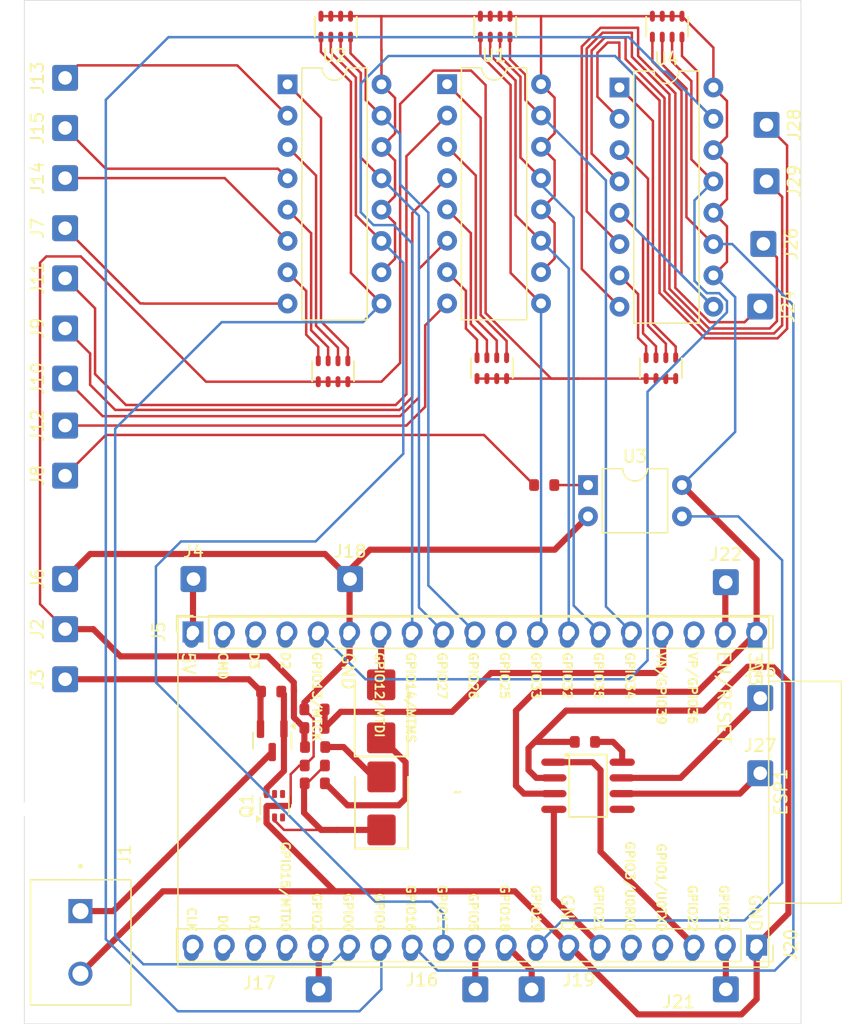
<source format=kicad_pcb>
(kicad_pcb (version 20240108) (generator "pcbnew") (generator_version "8.0")
  (layers (0 "F.Cu" signal) (31 "B.Cu" signal) (34 "B.Paste" user) (35 "F.Paste" user) (36 "B.SilkS" user "B.Silkscreen") (37 "F.SilkS" user "F.Silkscreen") (38 "B.Mask" user) (39 "F.Mask" user) (44 "Edge.Cuts" user))
  (net 0 "")
  (net 1 "Net-(D1-Pad1)")
  (net 2 "Net-(J5-Pin_7)")
  (net 3 "Net-(D2-Pad2)")
  (net 4 "GND")
  (net 5 "/Volt Measurement")
  (net 6 "/K30")
  (net 7 "/K15")
  (net 8 "Net-(Q1A-B1)")
  (net 10 "/12 V out")
  (net 14 "CAN Modul CTX")
  (net 15 "CAN Modul RTX")
  (net 42 "Pin 6 Green Connector (Wiper Water))")
  (net 43 "/3,3V from ESP")
  (net 50 "Pin 25 Green Connector (Reset button)")
  (net 51 "(Sliding Door)")
  (net 52 "Pin 29 Blue Connector (brake fluid)")
  (net 54 "Pin 22 Green Connector (motor cap)")
  (net 55 "Pin 24 Green Connector (Mode button)")
  (net 56 "(Door Right)")
  (net 57 "Pin 7 Green Connector (brake pad)")
  (net 58 "/GPIO 19 (PIN 31)")
  (net 59 "Pin 22 Green Connector (coolant)")
  (net 61 "Net-(J4-Pin_1)")
  (net 63 "Pin 23 Green Connector (Memory switch)")
  (net 65 "Pin 10 Green Connector (Oil Presure)")
  (net 66 "(Trunk)")
  (net 70 "Net-(J22-Pin_1)")
  (net 71 "Net-(J7-Pin_1)")
  (net 72 "Net-(J8-Pin_1)")
  (net 73 "Net-(J9-Pin_1)")
  (net 74 "Net-(J10-Pin_1)")
  (net 75 "Net-(J11-Pin_1)")
  (net 76 "Net-(J12-Pin_1)")
  (net 77 "Net-(J13-Pin_1)")
  (net 78 "Net-(J14-Pin_1)")
  (net 79 "Net-(J15-Pin_1)")
  (net 80 "Net-(J16-Pin_1)")
  (net 81 "Net-(J17-Pin_1)")
  (net 82 "Net-(J19-Pin_1)")
  (net 87 "Net-(J20-Pin_2)")
  (net 90 "Net-(J24-Pin_1)")
  (net 91 "/CAN_H")
  (net 92 "Net-(J26-Pin_1)")
  (net 93 "/CAN_L")
  (net 94 "Net-(J28-Pin_1)")
  (net 95 "Net-(J29-Pin_1)")
  (net 96 "Net-(Q1A-C1)")
  (net 97 "Net-(R7-Pad8)")
  (net 98 "Net-(R7-Pad5)")
  (net 99 "Net-(R7-Pad6)")
  (net 100 "Net-(R7-Pad7)")
  (net 101 "Net-(R8-Pad8)")
  (net 102 "Net-(R8-Pad6)")
  (net 103 "Net-(R8-Pad5)")
  (net 104 "Net-(R8-Pad7)")
  (net 105 "Net-(R11-Pad6)")
  (net 106 "Net-(R11-Pad5)")
  (net 107 "Net-(R11-Pad8)")
  (net 108 "Net-(R11-Pad7)")
  (net 109 "Net-(R12-Pad2)")
  (net 110 "Net-(U101-RS)")
  (footprint "Package_DIP:DIP-4_W7.62mm" (layer "F.Cu") (at 169.7356 111.9152)
    (property "Reference" "U3")
    (property "Value" "LVT 817" (hide yes))
  )
  (footprint "Package_TO_SOT_SMD:SOT-363_SC-70-6" (layer "F.Cu") (at 144.306 137.9188 90)
    (property "Reference" "Q1")
    (property "Value" "MMDT3904")
  )
  (footprint "Connector_Wire:SolderWire-0.5sqmm_1x01_D0.9mm_OD2.1mm" (layer "F.Cu") (at 127.3176 95.1512 90)
    (property "Reference" "J11")
    (property "Value" "BrakePads")
  )
  (footprint "Connector_Wire:SolderWire-0.5sqmm_1x01_D0.9mm_OD2.1mm" (layer "F.Cu") (at 127.3176 103.2792 90)
    (property "Reference" "J10")
    (property "Value" "WhiperWater")
  )
  (footprint "Connector_Wire:SolderWire-0.5sqmm_1x01_D0.9mm_OD2.1mm" (layer "F.Cu") (at 150.4316 119.5352)
    (property "Reference" "J18")
    (property "Value" "TFT_GND")
  )
  (footprint "Connector_Wire:SolderWire-0.5sqmm_1x01_D0.9mm_OD2.1mm" (layer "F.Cu") (at 127.3176 82.9592 90)
    (property "Reference" "J15")
    (property "Value" "Door_S")
  )
  (footprint "PCM_JLCPCB:R_0603x4" (layer "F.Cu") (at 162.2036 74.7432 -90)
    (property "Reference" "R10" (hide yes))
    (property "Value" "10kΩ")
  )
  (footprint "Connector_Wire:SolderWire-0.5sqmm_1x01_D0.9mm_OD2.1mm" (layer "F.Cu") (at 127.3176 99.2152 90)
    (property "Reference" "J9")
    (property "Value" "MotorCap")
  )
  (footprint "PCM_JLCPCB:R_0603" (layer "F.Cu") (at 147.5724 134.6572)
    (property "Reference" "R5" (hide yes))
    (property "Value" "100kΩ" (hide yes))
  )
  (footprint "Connector_Wire:SolderWire-0.5sqmm_1x01_D0.9mm_OD2.1mm" (layer "F.Cu") (at 147.8916 152.8092)
    (property "Reference" "J17")
    (property "Value" "TFT_DC")
  )
  (footprint "Connector_Wire:SolderWire-0.5sqmm_1x01_D0.9mm_OD2.1mm" (layer "F.Cu") (at 160.5916 152.8092)
    (property "Reference" "J16")
    (property "Value" "TFT_CS")
  )
  (footprint "Connector_Wire:SolderWire-0.5sqmm_1x01_D0.9mm_OD2.1mm" (layer "F.Cu") (at 127.3176 91.0872 90)
    (property "Reference" "J7")
    (property "Value" "Coolant")
  )
  (footprint "Connector_Wire:SolderWire-0.5sqmm_1x01_D0.9mm_OD2.1mm" (layer "F.Cu") (at 127.3176 78.8952 90)
    (property "Reference" "J13")
    (property "Value" "Door_R")
  )
  (footprint "PCM_JLCPCB:R_0603" (layer "F.Cu") (at 166.1796 111.9152)
    (property "Reference" "R12" (hide yes))
    (property "Value" "4.7kΩ")
  )
  (footprint "PCM_JLCPCB:R_0603x4" (layer "F.Cu") (at 176.1556 74.7432 -90)
    (property "Reference" "R13" (hide yes))
    (property "Value" "10kΩ")
  )
  (footprint "PCM_JLCPCB:R_0603x4" (layer "F.Cu") (at 161.9316 102.4292 90)
    (property "Reference" "R7" (hide yes))
    (property "Value" "4.7kΩ")
  )
  (footprint "Connector_PinSocket_2.54mm:PinSocket_1x19_P2.54mm_Vertical" (layer "F.Cu") (at 183.4118 149.2278 -90)
    (property "Reference" "J20")
    (property "Value" "Conn_01x19_Socket" (hide yes))
  )
  (footprint "PCM_JLCPCB:D_SMB" (layer "F.Cu") (at 152.9826 137.7306 90)
    (property "Reference" "D2" (hide yes))
    (property "Value" "S3MB")
  )
  (footprint "Connector_Wire:SolderWire-0.5sqmm_1x01_D0.9mm_OD2.1mm" (layer "F.Cu") (at 137.7316 119.5352)
    (property "Reference" "J4")
    (property "Value" "TFT_5V")
  )
  (footprint "MountingHole:MountingHole_3.2mm_M3" (layer "F.Cu") (at 179.6616 142.8032)
    (property "Reference" "Hole_4" (hide yes))
    (property "Value" "MountingHole_3.2mm_M3" (hide yes))
  )
  (footprint "Connector_Wire:SolderWire-0.5sqmm_1x01_D0.9mm_OD2.1mm" (layer "F.Cu") (at 183.7056 135.2832)
    (property "Reference" "J27")
    (property "Value" "Can_L")
  )
  (footprint "Connector_Wire:SolderWire-0.5sqmm_1x01_D0.9mm_OD2.1mm" (layer "F.Cu") (at 127.3176 111.1532 90)
    (property "Reference" "J8")
    (property "Value" "oilSensor")
  )
  (footprint "Connector_PinSocket_2.54mm:PinSocket_1x19_P2.54mm_Vertical" (layer "F.Cu") (at 137.6918 123.8278 90)
    (property "Reference" "J5")
    (property "Value" "Conn_01x19_Socket" (hide yes))
  )
  (footprint "Connector_Wire:SolderWire-0.5sqmm_1x01_D0.9mm_OD2.1mm" (layer "F.Cu") (at 127.3176 87.0232 90)
    (property "Reference" "J14")
    (property "Value" "OilPresure")
  )
  (footprint "PCM_JLCPCB:D_SMB" (layer "F.Cu") (at 152.9572 130.263 90)
    (property "Reference" "D1" (hide yes))
    (property "Value" "S3MB")
  )
  (footprint "PCM_JLCPCB:R_0603" (layer "F.Cu") (at 147.5724 136.105)
    (property "Reference" "R4" (hide yes))
    (property "Value" "220Ω" (hide yes))
  )
  (footprint "Connector_Wire:SolderWire-0.5sqmm_1x01_D0.9mm_OD2.1mm" (layer "F.Cu") (at 183.9596 92.3572 -90)
    (property "Reference" "J26")
    (property "Value" "Memory")
  )
  (footprint "Connector_Wire:SolderWire-0.5sqmm_1x01_D0.9mm_OD2.1mm" (layer "F.Cu") (at 183.7056 129.1872)
    (property "Reference" "J25")
    (property "Value" "Can_H")
  )
  (footprint "PCM_JLCPCB:R_0603x4" (layer "F.Cu") (at 149.2696 74.7432 -90)
    (property "Reference" "R9" (hide yes))
    (property "Value" "10kΩ")
  )
  (footprint "Connector_Wire:SolderWire-0.5sqmm_1x01_D0.9mm_OD2.1mm" (layer "F.Cu") (at 127.3176 123.5992 90)
    (property "Reference" "J2")
    (property "Value" "K15")
  )
  (footprint "MountingHole:MountingHole_3.2mm_M3" (layer "F.Cu") (at 135.7116 111.9032)
    (property "Reference" "Hole_2" (hide yes))
    (property "Value" "MountingHole_3.2mm_M3" (hide yes))
  )
  (footprint "Connector_Wire:SolderWire-0.5sqmm_1x01_D0.9mm_OD2.1mm" (layer "F.Cu") (at 184.2136 87.2772 -90)
    (property "Reference" "J29")
    (property "Value" "Mode")
  )
  (footprint "PCM_JLCPCB:R_0603x4" (layer "F.Cu") (at 149.0536 102.6832 90)
    (property "Reference" "R8" (hide yes))
    (property "Value" "4.7kΩ")
  )
  (footprint "PCM_JLCPCB:R_0603" (layer "F.Cu") (at 169.4816 132.7432 180)
    (property "Reference" "R101" (hide yes))
    (property "Value" "10kΩ")
  )
  (footprint "Connector_Wire:SolderWire-0.5sqmm_1x01_D0.9mm_OD2.1mm" (layer "F.Cu") (at 165.1636 152.8092)
    (property "Reference" "J19")
    (property "Value" "TFT_SLK")
  )
  (footprint "Connector_Wire:SolderWire-0.5sqmm_1x01_D0.9mm_OD2.1mm" (layer "F.Cu") (at 183.7056 97.4372 -90)
    (property "Reference" "J24")
    (property "Value" "Reset")
  )
  (footprint "PCM_JLCPCB:Q_SOT-23" (layer "F.Cu") (at 144.118 132.625 -90)
    (property "Reference" "Q2" (hide yes))
    (property "Value" "LBSS84LT1G")
  )
  (footprint "PCM_JLCPCB:R_0603" (layer "F.Cu") (at 147.547 131.6092)
    (property "Reference" "R2" (hide yes))
    (property "Value" "220kΩ" (hide yes))
  )
  (footprint "MountingHole:MountingHole_3.2mm_M3" (layer "F.Cu") (at 125.5116 138.2032)
    (property "Reference" "Hole_1" (hide yes))
    (property "Value" "MountingHole_3.2mm_M3" (hide yes))
  )
  (footprint "PCM_JLCPCB:R_0603" (layer "F.Cu") (at 144.0346 128.6628 180)
    (property "Reference" "R1" (hide yes))
    (property "Value" "100kΩ")
  )
  (footprint "Package_DIP:DIP-16_W7.62mm" (layer "F.Cu") (at 158.3056 79.4032)
    (property "Reference" "U1")
    (property "Value" "LTV-847")
  )
  (footprint "Connector_Wire:SolderWire-0.5sqmm_1x01_D0.9mm_OD2.1mm" (layer "F.Cu") (at 127.3176 119.5352 90)
    (property "Reference" "J6")
    (property "Value" "K31")
  )
  (footprint "Package_DIP:DIP-16_W7.62mm" (layer "F.Cu") (at 172.2856 79.6722)
    (property "Reference" "U4")
    (property "Value" "LTV-847")
  )
  (footprint "Connector_Wire:SolderWire-0.5sqmm_1x01_D0.9mm_OD2.1mm" (layer "F.Cu") (at 127.3176 127.6632 90)
    (property "Reference" "J3")
    (property "Value" "K30")
  )
  (footprint "MountingHole:MountingHole_3.2mm_M3" (layer "F.Cu") (at 135.2116 82.1032)
    (property "Reference" "Hole_3" (hide yes))
    (property "Value" "MountingHole_3.2mm_M3" (hide yes))
  )
  (footprint "Connector_Wire:SolderWire-0.5sqmm_1x01_D0.9mm_OD2.1mm" (layer "F.Cu") (at 184.2136 82.7052 -90)
    (property "Reference" "J28")
    (property "Value" "Trunk")
  )
  (footprint "Connector_Wire:SolderWire-0.5sqmm_1x01_D0.9mm_OD2.1mm" (layer "F.Cu") (at 127.3176 107.0892 90)
    (property "Reference" "J12")
    (property "Value" "BrakeFluid")
  )
  (footprint "Connector_Wire:SolderWire-0.5sqmm_1x01_D0.9mm_OD2.1mm" (layer "F.Cu") (at 180.9116 119.7892)
    (property "Reference" "J22")
    (property "Value" "TFT_RST")
  )
  (footprint "PCM_Espressif:ESP32-DevKitC" (layer "F.Cu") (at 183.28904 124.1072 -90)
    (property "Reference" "ESP1")
    (property "Value" "~")
  )
  (footprint "Connector_Wire:SolderWire-0.5sqmm_1x01_D0.9mm_OD2.1mm" (layer "F.Cu") (at 180.9116 152.8092)
    (property "Reference" "J21")
    (property "Value" "TFT_MOSI")
  )
  (footprint "Package_DIP:DIP-16_W7.62mm" (layer "F.Cu") (at 145.3616 79.4182)
    (property "Reference" "U2")
    (property "Value" "LTV-847")
  )
  (footprint "PCM_JLCPCB:R_0603" (layer "F.Cu") (at 147.547 130.1106 180)
    (property "Reference" "R3" (hide yes))
    (property "Value" "33kΩ" (hide yes))
  )
  (footprint "Custom:PHOENIX_1729128_2x2,54" (layer "F.Cu") (at 124.5126 143.9237 -90)
    (property "Reference" "J1")
    (property "Value" "To USB converter")
  )
  (footprint "PCM_JLCPCB:R_0603" (layer "F.Cu") (at 147.5978 133.1586)
    (property "Reference" "R6" (hide yes))
    (property "Value" "10kΩ" (hide yes))
  )
  (footprint "PCM_JLCPCB:SOIC-8_L4.9-W3.9-P1.27-LS6.0-BL" (layer "F.Cu") (at 169.7356 136.2992 -90)
    (property "Reference" "U101" (hide yes))
    (property "Value" "SN65HVD230DR")
  )
  (footprint "PCM_JLCPCB:R_0603x4" (layer "F.Cu") (at 175.6476 102.4292 90)
    (property "Reference" "R11" (hide yes))
    (property "Value" "4.7kΩ")
  )
  (gr_rect (start 124.0116 72.6032) (end 187.0116 155.6032) (stroke (width 0.05)) (fill none) (layer "Edge.Cuts"))
  (segment (start 154.9384 137.3242) (end 154.9384 134.3942) (width 0.5) (layer "F.Cu") (net 1))
  (segment (start 154.3796 137.883) (end 154.9384 137.3242) (width 0.5) (layer "F.Cu") (net 1))
  (segment (start 154.9384 134.3942) (end 152.9572 132.413) (width 0.5) (layer "F.Cu") (net 1))
  (segment (start 148.39518 136.0542) (end 150.22398 137.883) (width 0.5) (layer "F.Cu") (net 1))
  (segment (start 150.22398 137.883) (end 154.3796 137.883) (width 0.5) (layer "F.Cu") (net 1))
  (segment (start 152.9572 128.113) (end 152.9572 123.8532) (width 0.5) (layer "F.Cu") (net 2))
  (segment (start 152.3312 135.5806) (end 149.9092 133.1586) (width 0.5) (layer "F.Cu") (net 3))
  (segment (start 149.9092 133.1586) (end 148.4178 133.1586) (width 0.5) (layer "F.Cu") (net 3))
  (segment (start 182.1816 154.8412) (end 183.4118 153.611) (width 0.5) (layer "F.Cu") (net 4))
  (segment (start 143.7116 137.9338) (end 143.656 137.9894) (width 0.5) (layer "F.Cu") (net 4))
  (segment (start 179.1336 130.2032) (end 182.6896 126.6472) (width 0.5) (layer "F.Cu") (net 4))
  (segment (start 129.3496 117.5032) (end 127.3176 119.5352) (width 0.5) (layer "F.Cu") (net 4))
  (segment (start 145.618 135.367) (end 146.3278 134.6572) (width 0.2) (layer "F.Cu") (net 4))
  (segment (start 185.9916 146.648) (end 183.4118 149.2278) (width 0.5) (layer "F.Cu") (net 4))
  (segment (start 150.4316 118.7732) (end 152.0496 117.1552) (width 0.5) (layer "F.Cu") (net 4))
  (segment (start 165.4176 132.7432) (end 167.9576 130.2032) (width 0.5) (layer "F.Cu") (net 4))
  (segment (start 167.9576 130.2032) (end 179.1336 130.2032) (width 0.5) (layer "F.Cu") (net 4))
  (segment (start 143.656 139.324388) (end 143.753206 139.421594) (width 0.5) (layer "F.Cu") (net 4))
  (segment (start 143.656 137.9894) (end 143.656 138.8688) (width 0.5) (layer "F.Cu") (net 4))
  (segment (start 128.5626 151.5437) (end 135.2473 144.859) (width 0.5) (layer "F.Cu") (net 4))
  (segment (start 165.5396 135.6592) (end 166.9656 135.6592) (width 0.5) (layer "F.Cu") (net 4))
  (segment (start 168.1718 149.2278) (end 173.7852 154.8412) (width 0.5) (layer "F.Cu") (net 4))
  (segment (start 150.3918 125.8344) (end 150.3918 123.8278) (width 0.5) (layer "F.Cu") (net 4))
  (segment (start 135.2473 144.859) (end 152.7176 144.859) (width 0.5) (layer "F.Cu") (net 4))
  (segment (start 150.3918 123.8278) (end 150.3918 119.575) (width 0.5) (layer "F.Cu") (net 4))
  (segment (start 149.190612 144.859) (end 152.7176 144.859) (width 0.5) (layer "F.Cu") (net 4))
  (segment (start 145.4062 137.9338) (end 143.7116 137.9338) (width 0.5) (layer "F.Cu") (net 4))
  (segment (start 173.7852 154.8412) (end 182.1816 154.8412) (width 0.5) (layer "F.Cu") (net 4))
  (segment (start 150.4316 119.5352) (end 148.3996 117.5032) (width 0.5) (layer "F.Cu") (net 4))
  (segment (start 143.656 138.8688) (end 143.656 139.324388) (width 0.5) (layer "F.Cu") (net 4))
  (segment (start 164.9096 133.2512) (end 164.9096 135.0292) (width 0.5) (layer "F.Cu") (net 4))
  (segment (start 150.4172 125.8598) (end 150.3918 125.8344) (width 0.5) (layer "F.Cu") (net 4))
  (segment (start 146.727 129.55) (end 150.4172 125.8598) (width 0.5) (layer "F.Cu") (net 4))
  (segment (start 146.3278 134.6572) (end 146.7524 134.6572) (width 0.2) (layer "F.Cu") (net 4))
  (segment (start 184.7216 126.6472) (end 185.9916 127.9172) (width 0.5) (layer "F.Cu") (net 4))
  (segment (start 167.0356 117.1552) (end 169.7356 114.4552) (width 0.5) (layer "F.Cu") (net 4))
  (segment (start 145.618 137.722) (end 145.618 135.367) (width 0.2) (layer "F.Cu") (net 4))
  (segment (start 152.7176 144.859) (end 163.803 144.859) (width 0.5) (layer "F.Cu") (net 4))
  (segment (start 165.4176 132.7432) (end 164.9096 133.2512) (width 0.5) (layer "F.Cu") (net 4))
  (segment (start 163.803 144.859) (end 168.1718 149.2278) (width 0.5) (layer "F.Cu") (net 4))
  (segment (start 185.9916 127.9172) (end 185.9916 146.648) (width 0.5) (layer "F.Cu") (net 4))
  (segment (start 164.9096 135.0292) (end 165.5396 135.6592) (width 0.5) (layer "F.Cu") (net 4))
  (segment (start 183.4118 153.611) (end 183.4118 149.2278) (width 0.5) (layer "F.Cu") (net 4))
  (segment (start 182.6896 126.6472) (end 184.7216 126.6472) (width 0.5) (layer "F.Cu") (net 4))
  (segment (start 146.727 130.1106) (end 146.727 129.55) (width 0.5) (layer "F.Cu") (net 4))
  (segment (start 147.4778 133.9318) (end 147.4778 130.8614) (width 0.2) (layer "F.Cu") (net 4))
  (segment (start 143.753206 139.421594) (end 149.190612 144.859) (width 0.5) (layer "F.Cu") (net 4))
  (segment (start 147.4778 130.8614) (end 146.727 130.1106) (width 0.2) (layer "F.Cu") (net 4))
  (segment (start 148.3996 117.5032) (end 129.3496 117.5032) (width 0.5) (layer "F.Cu") (net 4))
  (segment (start 168.6616 132.7432) (end 165.4176 132.7432) (width 0.5) (layer "F.Cu") (net 4))
  (segment (start 145.4062 137.9338) (end 145.618 137.722) (width 0.2) (layer "F.Cu") (net 4))
  (segment (start 152.0496 117.1552) (end 167.0356 117.1552) (width 0.5) (layer "F.Cu") (net 4))
  (segment (start 146.7524 134.6572) (end 147.4778 133.9318) (width 0.2) (layer "F.Cu") (net 4))
  (segment (start 175.2076 127.1552) (end 175.8426 126.5202) (width 0.5) (layer "F.Cu") (net 5))
  (segment (start 175.8426 126.5202) (end 175.83244 126.51004) (width 0.5) (layer "F.Cu") (net 5))
  (segment (start 158.712 130.3048) (end 161.8616 127.1552) (width 0.5) (layer "F.Cu") (net 5))
  (segment (start 149.6714 130.3048) (end 158.712 130.3048) (width 0.5) (layer "F.Cu") (net 5))
  (segment (start 148.367 130.1106) (end 148.367 131.6092) (width 0.5) (layer "F.Cu") (net 5))
  (segment (start 175.83244 126.51004) (end 175.83244 123.5738) (width 0.5) (layer "F.Cu") (net 5))
  (segment (start 161.8616 127.1552) (end 175.2076 127.1552) (width 0.5) (layer "F.Cu") (net 5))
  (segment (start 148.367 131.6092) (end 149.6714 130.3048) (width 0.5) (layer "F.Cu") (net 5))
  (segment (start 143.168 131.685) (end 143.168 129.2888) (width 0.5) (layer "F.Cu") (net 6))
  (segment (start 143.168 129.2888) (end 143.168 128.7094) (width 0.5) (layer "F.Cu") (net 6))
  (segment (start 143.2146 128.6628) (end 142.215 127.6632) (width 0.5) (layer "F.Cu") (net 6))
  (segment (start 143.168 129.2888) (end 143.168 128.796) (width 0.5) (layer "F.Cu") (net 6))
  (segment (start 142.215 127.6632) (end 127.3176 127.6632) (width 0.5) (layer "F.Cu") (net 6))
  (segment (start 174.4476 103.2792) (end 168.9736 103.2792) (width 0.2) (layer "F.Cu") (net 7))
  (segment (start 168.9736 103.2792) (end 166.745286 103.2792) (width 0.2) (layer "F.Cu") (net 7))
  (segment (start 138.7476 103.5332) (end 128.5876 93.3732) (width 0.2) (layer "F.Cu") (net 7))
  (segment (start 168.9736 103.2792) (end 163.1316 103.2792) (width 0.2) (layer "F.Cu") (net 7))
  (segment (start 154.4956 102.0092) (end 152.9716 103.5332) (width 0.2) (layer "F.Cu") (net 7))
  (segment (start 160.2536 78.3032) (end 157.2056 78.3032) (width 0.2) (layer "F.Cu") (net 7))
  (segment (start 145.877 128.28542) (end 145.877 128.6284) (width 0.5) (layer "F.Cu") (net 7))
  (segment (start 176.0476 103.2792) (end 175.2476 103.2792) (width 0.2) (layer "F.Cu") (net 7))
  (segment (start 125.2856 93.8812) (end 125.2856 121.5672) (width 0.2) (layer "F.Cu") (net 7))
  (segment (start 146.727 131.6092) (end 145.877 130.7592) (width 0.5) (layer "F.Cu") (net 7))
  (segment (start 162.3316 103.2792) (end 161.5316 103.2792) (width 0.2) (layer "F.Cu") (net 7))
  (segment (start 145.877 128.6284) (end 145.877 130.66038) (width 0.5) (layer "F.Cu") (net 7))
  (segment (start 125.2856 121.5672) (end 127.3176 123.5992) (width 0.2) (layer "F.Cu") (net 7))
  (segment (start 163.1316 103.2792) (end 162.3316 103.2792) (width 0.2) (layer "F.Cu") (net 7))
  (segment (start 166.745286 103.2792) (end 161.4296 97.963514) (width 0.2) (layer "F.Cu") (net 7))
  (segment (start 176.8476 103.2792) (end 176.0476 103.2792) (width 0.2) (layer "F.Cu") (net 7))
  (segment (start 161.4296 79.4792) (end 160.2536 78.3032) (width 0.2) (layer "F.Cu") (net 7))
  (segment (start 128.5876 93.3732) (end 125.7936 93.3732) (width 0.2) (layer "F.Cu") (net 7))
  (segment (start 145.8706 128.622) (end 145.8706 127.9172) (width 0.5) (layer "F.Cu") (net 7))
  (segment (start 175.2476 103.2792) (end 174.4476 103.2792) (width 0.2) (layer "F.Cu") (net 7))
  (segment (start 145.877 128.6284) (end 145.8706 128.622) (width 0.5) (layer "F.Cu") (net 7))
  (segment (start 154.4956 81.0132) (end 154.4956 102.0092) (width 0.2) (layer "F.Cu") (net 7))
  (segment (start 152.9716 103.5332) (end 150.2536 103.5332) (width 0.2) (layer "F.Cu") (net 7))
  (segment (start 147.8536 103.5332) (end 148.6536 103.5332) (width 0.2) (layer "F.Cu") (net 7))
  (segment (start 129.6036 123.5992) (end 127.3176 123.5992) (width 0.5) (layer "F.Cu") (net 7))
  (segment (start 125.7936 93.3732) (end 125.2856 93.8812) (width 0.2) (layer "F.Cu") (net 7))
  (segment (start 161.4296 97.963514) (end 161.4296 79.4792) (width 0.2) (layer "F.Cu") (net 7))
  (segment (start 161.5316 103.2792) (end 160.7316 103.2792) (width 0.2) (layer "F.Cu") (net 7))
  (segment (start 143.75962 125.80622) (end 131.81062 125.80622) (width 0.5) (layer "F.Cu") (net 7))
  (segment (start 148.6536 103.5332) (end 149.4536 103.5332) (width 0.2) (layer "F.Cu") (net 7))
  (segment (start 131.81062 125.80622) (end 129.6036 123.5992) (width 0.5) (layer "F.Cu") (net 7))
  (segment (start 146.727 131.6092) (end 146.727 133.1078) (width 0.5) (layer "F.Cu") (net 7))
  (segment (start 149.4536 103.5332) (end 150.2536 103.5332) (width 0.2) (layer "F.Cu") (net 7))
  (segment (start 147.8536 103.5332) (end 138.7476 103.5332) (width 0.2) (layer "F.Cu") (net 7))
  (segment (start 157.2056 78.3032) (end 154.4956 81.0132) (width 0.2) (layer "F.Cu") (net 7))
  (segment (start 145.8706 127.9172) (end 143.75962 125.80622) (width 0.5) (layer "F.Cu") (net 7))
  (segment (start 149.3758 139.8806) (end 148.0896 139.8806) (width 0.5) (layer "F.Cu") (net 8))
  (segment (start 152.9826 139.8806) (end 149.3758 139.8806) (width 0.5) (layer "F.Cu") (net 8))
  (segment (start 148.0896 139.8806) (end 146.7016 138.4926) (width 0.5) (layer "F.Cu") (net 8))
  (segment (start 144.306 138.8688) (end 144.306 139.112256) (width 0.2) (layer "F.Cu") (net 8))
  (segment (start 146.7016 138.4926) (end 146.7016 136.0542) (width 0.5) (layer "F.Cu") (net 8))
  (segment (start 144.306 139.112256) (end 145.074344 139.8806) (width 0.2) (layer "F.Cu") (net 8))
  (segment (start 144.306 139.193799) (end 144.306 138.8688) (width 0.2) (layer "F.Cu") (net 8))
  (segment (start 145.074344 139.8806) (end 149.3758 139.8806) (width 0.2) (layer "F.Cu") (net 8))
  (segment (start 146.9954 136.0542) (end 148.3924 134.6572) (width 0.2) (layer "F.Cu") (net 8))
  (segment (start 144.118 133.565) (end 131.2193 146.4637) (width 0.5) (layer "F.Cu") (net 10))
  (segment (start 131.2193 146.4637) (end 128.5626 146.4637) (width 0.5) (layer "F.Cu") (net 10))
  (segment (start 166.9656 134.3892) (end 170.1116 134.3892) (width 0.5) (layer "F.Cu") (net 14))
  (segment (start 170.7516 135.0292) (end 170.7516 141.6476) (width 0.5) (layer "F.Cu") (net 14))
  (segment (start 170.7516 141.6476) (end 178.3318 149.2278) (width 0.5) (layer "F.Cu") (net 14))
  (segment (start 170.1116 134.3892) (end 170.7516 135.0292) (width 0.5) (layer "F.Cu") (net 14))
  (segment (start 166.9656 138.2092) (end 166.9656 145.4816) (width 0.5) (layer "F.Cu") (net 15))
  (segment (start 166.9656 145.4816) (end 170.7118 149.2278) (width 0.5) (layer "F.Cu") (net 15))
  (segment (start 161.8036 77.0592) (end 163.8556 79.1112) (width 0.2) (layer "F.Cu") (net 42))
  (segment (start 161.8036 75.5932) (end 161.8036 77.0592) (width 0.2) (layer "F.Cu") (net 42))
  (segment (start 163.8556 79.1112) (end 163.8556 90.0332) (width 0.2) (layer "F.Cu") (net 42))
  (segment (start 163.8556 90.0332) (end 165.9256 92.1032) (width 0.2) (layer "F.Cu") (net 42))
  (segment (start 168.1718 94.3494) (end 168.1718 123.8278) (width 0.2) (layer "B.Cu") (net 42))
  (segment (start 165.9256 92.1032) (end 168.1718 94.3494) (width 0.2) (layer "B.Cu") (net 42))
  (segment (start 181.0056 90.9322) (end 181.0056 93.8122) (width 0.2) (layer "F.Cu") (net 43))
  (segment (start 165.9256 89.5632) (end 167.0256 90.6632) (width 0.2) (layer "F.Cu") (net 43))
  (segment (start 148.8696 73.8932) (end 149.6696 73.8932) (width 0.2) (layer "F.Cu") (net 43))
  (segment (start 165.9256 84.4832) (end 167.0256 85.5832) (width 0.2) (layer "F.Cu") (net 43))
  (segment (start 179.9056 84.7522) (end 181.0056 85.8522) (width 0.2) (layer "F.Cu") (net 43))
  (segment (start 165.4176 128.6792) (end 178.6256 128.6792) (width 0.5) (layer "F.Cu") (net 43))
  (segment (start 148.0696 73.8932) (end 148.8696 73.8932) (width 0.2) (layer "F.Cu") (net 43))
  (segment (start 177.3556 111.9152) (end 183.4118 117.9714) (width 0.5) (layer "F.Cu") (net 43))
  (segment (start 167.0256 93.5432) (end 165.9256 94.6432) (width 0.2) (layer "F.Cu") (net 43))
  (segment (start 161.8036 73.8932) (end 162.6036 73.8932) (width 0.2) (layer "F.Cu") (net 43))
  (segment (start 179.9056 76.4432) (end 179.9056 79.6722) (width 0.2) (layer "F.Cu") (net 43))
  (segment (start 176.5556 73.8932) (end 177.3556 73.8932) (width 0.2) (layer "F.Cu") (net 43))
  (segment (start 152.9816 79.4182) (end 154.0816 80.5182) (width 0.2) (layer "F.Cu") (net 43))
  (segment (start 152.9816 84.4982) (end 154.0816 85.5982) (width 0.2) (layer "F.Cu") (net 43))
  (segment (start 167.0256 90.6632) (end 167.0256 93.5432) (width 0.2) (layer "F.Cu") (net 43))
  (segment (start 154.0816 83.3982) (end 152.9816 84.4982) (width 0.2) (layer "F.Cu") (net 43))
  (segment (start 162.6036 73.8932) (end 163.4036 73.8932) (width 0.2) (layer "F.Cu") (net 43))
  (segment (start 154.0816 80.5182) (end 154.0816 83.3982) (width 0.2) (layer "F.Cu") (net 43))
  (segment (start 152.9816 76.6192) (end 152.9816 79.4182) (width 0.2) (layer "F.Cu") (net 43))
  (segment (start 183.4118 117.9714) (end 183.4118 123.8278) (width 0.5) (layer "F.Cu") (net 43))
  (segment (start 167.0256 80.5032) (end 167.0256 83.3832) (width 0.2) (layer "F.Cu") (net 43))
  (segment (start 181.0056 85.8522) (end 181.0056 88.7322) (width 0.2) (layer "F.Cu") (net 43))
  (segment (start 181.0056 83.6522) (end 179.9056 84.7522) (width 0.2) (layer "F.Cu") (net 43))
  (segment (start 167.0256 88.4632) (end 165.9256 89.5632) (width 0.2) (layer "F.Cu") (net 43))
  (segment (start 178.6256 128.6792) (end 183.4118 123.893) (width 0.5) (layer "F.Cu") (net 43))
  (segment (start 165.9256 79.4032) (end 167.0256 80.5032) (width 0.2) (layer "F.Cu") (net 43))
  (segment (start 163.8936 130.2032) (end 165.4176 128.6792) (width 0.5) (layer "F.Cu") (net 43))
  (segment (start 154.0816 90.6782) (end 154.0816 93.5582) (width 0.2) (layer "F.Cu") (net 43))
  (segment (start 152.9816 89.5782) (end 154.0816 90.6782) (width 0.2) (layer "F.Cu") (net 43))
  (segment (start 164.5336 136.9392) (end 163.8936 136.2992) (width 0.5) (layer "F.Cu") (net 43))
  (segment (start 152.9816 76.6192) (end 152.9716 76.6092) (width 0.2) (layer "F.Cu") (net 43))
  (segment (start 150.4696 73.8932) (end 152.9716 73.8932) (width 0.2) (layer "F.Cu") (net 43))
  (segment (start 154.0816 88.4782) (end 152.9816 89.5782) (width 0.2) (layer "F.Cu") (net 43))
  (segment (start 181.0056 88.7322) (end 179.9056 89.8322) (width 0.2) (layer "F.Cu") (net 43))
  (segment (start 165.9256 73.8932) (end 174.9556 73.8932) (width 0.2) (layer "F.Cu") (net 43))
  (segment (start 179.9056 79.6722) (end 181.0056 80.7722) (width 0.2) (layer "F.Cu") (net 43))
  (segment (start 154.0816 93.5582) (end 152.9816 94.6582) (width 0.2) (layer "F.Cu") (net 43))
  (segment (start 166.9656 136.9392) (end 164.5336 136.9392) (width 0.5) (layer "F.Cu") (net 43))
  (segment (start 177.3556 73.8932) (end 179.9056 76.4432) (width 0.2) (layer "F.Cu") (net 43))
  (segment (start 165.9256 79.4032) (end 165.9256 73.8932) (width 0.2) (layer "F.Cu") (net 43))
  (segment (start 167.0256 85.5832) (end 167.0256 88.4632) (width 0.2) (layer "F.Cu") (net 43))
  (segment (start 179.9056 89.8322) (end 181.0056 90.9322) (width 0.2) (layer "F.Cu") (net 43))
  (segment (start 163.4036 73.8932) (end 165.9256 73.8932) (width 0.2) (layer "F.Cu") (net 43))
  (segment (start 152.9716 76.6092) (end 152.9716 73.8932) (width 0.2) (layer "F.Cu") (net 43))
  (segment (start 163.8936 136.2992) (end 163.8936 130.2032) (width 0.5) (layer "F.Cu") (net 43))
  (segment (start 183.4118 123.893) (end 183.4118 123.8278) (width 0.5) (layer "F.Cu") (net 43))
  (segment (start 154.0816 85.5982) (end 154.0816 88.4782) (width 0.2) (layer "F.Cu") (net 43))
  (segment (start 161.0036 73.8932) (end 161.8036 73.8932) (width 0.2) (layer "F.Cu") (net 43))
  (segment (start 149.6696 73.8932) (end 150.4696 73.8932) (width 0.2) (layer "F.Cu") (net 43))
  (segment (start 152.9716 73.8932) (end 161.0036 73.8932) (width 0.2) (layer "F.Cu") (net 43))
  (segment (start 174.9556 73.8932) (end 175.7556 73.8932) (width 0.2) (layer "F.Cu") (net 43))
  (segment (start 181.0056 93.8122) (end 179.9056 94.9122) (width 0.2) (layer "F.Cu") (net 43))
  (segment (start 167.0256 83.3832) (end 165.9256 84.4832) (width 0.2) (layer "F.Cu") (net 43))
  (segment (start 175.7556 73.8932) (end 176.5556 73.8932) (width 0.2) (layer "F.Cu") (net 43))
  (segment (start 181.0056 80.7722) (end 181.0056 83.6522) (width 0.2) (layer "F.Cu") (net 43))
  (segment (start 181.6736 96.6802) (end 181.6736 107.5972) (width 0.2) (layer "B.Cu") (net 43))
  (segment (start 179.9056 94.9122) (end 181.6736 96.6802) (width 0.2) (layer "B.Cu") (net 43))
  (segment (start 181.6736 107.5972) (end 177.3556 111.9152) (width 0.2) (layer "B.Cu") (net 43))
  (segment (start 174.9556 75.3432) (end 174.9556 77.568886) (width 0.2) (layer "F.Cu") (net 50))
  (segment (start 177.3176 94.8642) (end 179.9056 97.4522) (width 0.2) (layer "F.Cu") (net 50))
  (segment (start 177.3176 79.930886) (end 177.3176 94.8642) (width 0.2) (layer "F.Cu") (net 50))
  (segment (start 174.9556 77.568886) (end 177.3176 79.930886) (width 0.2) (layer "F.Cu") (net 50))
  (segment (start 179.9056 97.4522) (end 173.5456 91.0922) (width 0.2) (layer "B.Cu") (net 50))
  (segment (start 151.3016 79.357565) (end 151.3016 89.793835) (width 0.2) (layer "B.Cu") (net 50))
  (segment (start 153.541965 77.1172) (end 151.3016 79.357565) (width 0.2) (layer "B.Cu") (net 50))
  (segment (start 155.4718 92.3174) (end 155.4718 123.8278) (width 0.2) (layer "B.Cu") (net 50))
  (segment (start 173.5456 78.7322) (end 171.9306 77.1172) (width 0.2) (layer "B.Cu") (net 50))
  (segment (start 152.340965 90.8332) (end 153.9876 90.8332) (width 0.2) (layer "B.Cu") (net 50))
  (segment (start 173.5456 91.0922) (end 173.5456 78.7322) (width 0.2) (layer "B.Cu") (net 50))
  (segment (start 171.9306 77.1172) (end 153.541965 77.1172) (width 0.2) (layer "B.Cu") (net 50))
  (segment (start 153.9876 90.8332) (end 155.4718 92.3174) (width 0.2) (layer "B.Cu") (net 50))
  (segment (start 151.3016 89.793835) (end 152.340965 90.8332) (width 0.2) (layer "B.Cu") (net 50))
  (segment (start 151.3016 85.3582) (end 152.9816 87.0382) (width 0.2) (layer "F.Cu") (net 51))
  (segment (start 149.6696 76.8632) (end 151.3016 78.4952) (width 0.2) (layer "F.Cu") (net 51))
  (segment (start 151.3016 78.4952) (end 151.3016 85.3582) (width 0.2) (layer "F.Cu") (net 51))
  (segment (start 149.6696 75.5932) (end 149.6696 76.8632) (width 0.2) (layer "F.Cu") (net 51))
  (segment (start 156.0196 90.0762) (end 156.0196 121.8356) (width 0.2) (layer "B.Cu") (net 51))
  (segment (start 152.9816 87.0382) (end 156.0196 90.0762) (width 0.2) (layer "B.Cu") (net 51))
  (segment (start 156.0196 121.8356) (end 158.0118 123.8278) (width 0.2) (layer "B.Cu") (net 51))
  (segment (start 161.0036 77.0212) (end 163.4556 79.4732) (width 0.2) (layer "F.Cu") (net 52))
  (segment (start 163.4556 94.7132) (end 165.9256 97.1832) (width 0.2) (layer "F.Cu") (net 52))
  (segment (start 163.4556 79.4732) (end 163.4556 94.7132) (width 0.2) (layer "F.Cu") (net 52))
  (segment (start 161.0036 75.5932) (end 161.0036 77.0212) (width 0.2) (layer "F.Cu") (net 52))
  (segment (start 165.9256 97.1832) (end 165.9256 123.534) (width 0.2) (layer "B.Cu") (net 52))
  (segment (start 162.6036 75.5932) (end 162.6036 77.154886) (width 0.2) (layer "F.Cu") (net 54))
  (segment (start 162.6036 77.154886) (end 164.2556 78.806886) (width 0.2) (layer "F.Cu") (net 54))
  (segment (start 164.2556 78.806886) (end 164.2556 85.3532) (width 0.2) (layer "F.Cu") (net 54))
  (segment (start 164.2556 85.3532) (end 165.9256 87.0232) (width 0.2) (layer "F.Cu") (net 54))
  (segment (start 168.5718 90.214035) (end 168.5718 121.6878) (width 0.2) (layer "B.Cu") (net 54))
  (segment (start 165.9256 87.567835) (end 168.5718 90.214035) (width 0.2) (layer "B.Cu") (net 54))
  (segment (start 168.5718 121.6878) (end 170.7118 123.8278) (width 0.2) (layer "B.Cu") (net 54))
  (segment (start 178.1176 85.5042) (end 179.9056 87.2922) (width 0.2) (layer "F.Cu") (net 55))
  (segment (start 176.5556 75.5932) (end 176.5556 77.5872) (width 0.2) (layer "F.Cu") (net 55))
  (segment (start 176.5556 77.5872) (end 178.1176 79.1492) (width 0.2) (layer "F.Cu") (net 55))
  (segment (start 178.1176 79.1492) (end 178.1176 85.5042) (width 0.2) (layer "F.Cu") (net 55))
  (segment (start 174.5616 126.1392) (end 173.0376 127.6632) (width 0.2) (layer "B.Cu") (net 55))
  (segment (start 174.5616 104.351835) (end 174.5616 126.1392) (width 0.2) (layer "B.Cu") (net 55))
  (segment (start 173.0376 127.6632) (end 151.6872 127.6632) (width 0.2) (layer "B.Cu") (net 55))
  (segment (start 179.371286 96.3522) (end 180.361235 96.3522) (width 0.2) (layer "B.Cu") (net 55))
  (segment (start 178.3716 88.8262) (end 178.3716 95.352514) (width 0.2) (layer "B.Cu") (net 55))
  (segment (start 181.0056 96.996565) (end 181.0056 97.907835) (width 0.2) (layer "B.Cu") (net 55))
  (segment (start 178.3716 95.352514) (end 179.371286 96.3522) (width 0.2) (layer "B.Cu") (net 55))
  (segment (start 179.9056 87.2922) (end 178.3716 88.8262) (width 0.2) (layer "B.Cu") (net 55))
  (segment (start 151.6872 127.6632) (end 147.8518 123.8278) (width 0.2) (layer "B.Cu") (net 55))
  (segment (start 180.361235 96.3522) (end 181.0056 96.996565) (width 0.2) (layer "B.Cu") (net 55))
  (segment (start 181.0056 97.907835) (end 174.5616 104.351835) (width 0.2) (layer "B.Cu") (net 55))
  (segment (start 150.4696 76.9012) (end 151.7016 78.1332) (width 0.2) (layer "F.Cu") (net 56))
  (segment (start 151.7016 80.6782) (end 152.9816 81.9582) (width 0.2) (layer "F.Cu") (net 56))
  (segment (start 150.4696 75.5932) (end 150.4696 76.9012) (width 0.2) (layer "F.Cu") (net 56))
  (segment (start 151.7016 78.1332) (end 151.7016 80.6782) (width 0.2) (layer "F.Cu") (net 56))
  (segment (start 154.4956 87.5312) (end 156.7816 89.8172) (width 0.2) (layer "B.Cu") (net 56))
  (segment (start 154.4956 83.4722) (end 154.4956 87.5312) (width 0.2) (layer "B.Cu") (net 56))
  (segment (start 152.9816 81.9582) (end 154.4956 83.4722) (width 0.2) (layer "B.Cu") (net 56))
  (segment (start 156.7816 89.8172) (end 156.7816 120.0576) (width 0.2) (layer "B.Cu") (net 56))
  (segment (start 156.7816 120.0576) (end 160.5518 123.8278) (width 0.2) (layer "B.Cu") (net 56))
  (segment (start 163.4036 77.3892) (end 164.6556 78.6412) (width 0.2) (layer "F.Cu") (net 57))
  (segment (start 164.6556 80.6732) (end 165.9256 81.9432) (width 0.2) (layer "F.Cu") (net 57))
  (segment (start 164.6556 78.6412) (end 164.6556 80.6732) (width 0.2) (layer "F.Cu") (net 57))
  (segment (start 163.4036 75.5932) (end 163.4036 77.3892) (width 0.2) (layer "F.Cu") (net 57))
  (segment (start 171.1856 121.7616) (end 173.2518 123.8278) (width 0.2) (layer "B.Cu") (net 57))
  (segment (start 171.1856 87.2032) (end 171.1856 121.7616) (width 0.2) (layer "B.Cu") (net 57))
  (segment (start 165.9256 81.9432) (end 171.1856 87.2032) (width 0.2) (layer "B.Cu") (net 57))
  (segment (start 181.9276 114.4552) (end 185.4836 118.0112) (width 0.2) (layer "B.Cu") (net 58))
  (segment (start 185.4836 118.0112) (end 185.4836 144.1732) (width 0.2) (layer "B.Cu") (net 58))
  (segment (start 185.4836 144.1732) (end 182.4356 147.2212) (width 0.2) (layer "B.Cu") (net 58))
  (segment (start 182.4356 147.2212) (end 167.6384 147.2212) (width 0.2) (layer "B.Cu") (net 58))
  (segment (start 167.6384 147.2212) (end 165.6318 149.2278) (width 0.2) (layer "B.Cu") (net 58))
  (segment (start 177.3556 114.4552) (end 181.9276 114.4552) (width 0.2) (layer "B.Cu") (net 58))
  (segment (start 150.5016 94.7182) (end 152.9816 97.1982) (width 0.2) (layer "F.Cu") (net 59))
  (segment (start 150.5016 79.2192) (end 150.5016 94.7182) (width 0.2) (layer "F.Cu") (net 59))
  (segment (start 148.0696 76.7872) (end 150.5016 79.2192) (width 0.2) (layer "F.Cu") (net 59))
  (segment (start 148.0696 75.5932) (end 148.0696 76.7872) (width 0.2) (layer "F.Cu") (net 59))
  (segment (start 150.3918 149.2278) (end 148.8424 150.7772) (width 0.2) (layer "B.Cu") (net 59))
  (segment (start 152.9816 97.1982) (end 151.4726 98.7072) (width 0.2) (layer "B.Cu") (net 59))
  (segment (start 131.3816 148.4912) (end 131.3816 107.3432) (width 0.2) (layer "B.Cu") (net 59))
  (segment (start 133.6676 150.7772) (end 131.3816 148.4912) (width 0.2) (layer "B.Cu") (net 59))
  (segment (start 151.4726 98.7072) (end 140.0176 98.7072) (width 0.2) (layer "B.Cu") (net 59))
  (segment (start 148.8424 150.7772) (end 133.6676 150.7772) (width 0.2) (layer "B.Cu") (net 59))
  (segment (start 131.3816 107.3432) (end 140.0176 98.7072) (width 0.2) (layer "B.Cu") (net 59))
  (segment (start 137.6918 123.8278) (end 137.6918 119.575) (width 0.5) (layer "F.Cu") (net 61))
  (segment (start 175.7556 77.8032) (end 177.7176 79.7652) (width 0.2) (layer "F.Cu") (net 63))
  (segment (start 175.7556 75.5932) (end 175.7556 77.8032) (width 0.2) (layer "F.Cu") (net 63))
  (segment (start 177.7176 90.1842) (end 179.9056 92.3722) (width 0.2) (layer "F.Cu") (net 63))
  (segment (start 177.7176 79.7652) (end 177.7176 90.1842) (width 0.2) (layer "F.Cu") (net 63))
  (segment (start 181.4346 92.3722) (end 186.3916 97.3292) (width 0.2) (layer "B.Cu") (net 63))
  (segment (start 186.3916 97.3292) (end 186.3916 149.7772) (width 0.2) (layer "B.Cu") (net 63))
  (segment (start 184.8836 151.2852) (end 157.5292 151.2852) (width 0.2) (layer "B.Cu") (net 63))
  (segment (start 179.9056 92.3722) (end 181.4346 92.3722) (width 0.2) (layer "B.Cu") (net 63))
  (segment (start 186.3916 149.7772) (end 184.8836 151.2852) (width 0.2) (layer "B.Cu") (net 63))
  (segment (start 157.5292 151.2852) (end 155.4718 149.2278) (width 0.2) (layer "B.Cu") (net 63))
  (segment (start 150.9016 78.8572) (end 150.9016 90.0382) (width 0.2) (layer "F.Cu") (net 65))
  (segment (start 148.8696 75.5932) (end 148.8696 76.8252) (width 0.2) (layer "F.Cu") (net 65))
  (segment (start 150.9016 90.0382) (end 152.9816 92.1182) (width 0.2) (layer "F.Cu") (net 65))
  (segment (start 148.8696 76.8252) (end 150.9016 78.8572) (width 0.2) (layer "F.Cu") (net 65))
  (segment (start 154.7496 109.3752) (end 154.7496 93.8862) (width 0.2) (layer "B.Cu") (net 65))
  (segment (start 158.0118 146.6734) (end 157.0356 145.6972) (width 0.2) (layer "B.Cu") (net 65))
  (segment (start 157.0356 145.6972) (end 152.4636 145.6972) (width 0.2) (layer "B.Cu") (net 65))
  (segment (start 147.6376 116.4872) (end 154.7496 109.3752) (width 0.2) (layer "B.Cu") (net 65))
  (segment (start 154.7496 93.8862) (end 152.9816 92.1182) (width 0.2) (layer "B.Cu") (net 65))
  (segment (start 134.6836 127.9172) (end 134.6836 118.5192) (width 0.2) (layer "B.Cu") (net 65))
  (segment (start 136.7156 116.4872) (end 147.6376 116.4872) (width 0.2) (layer "B.Cu") (net 65))
  (segment (start 134.6836 118.5192) (end 136.7156 116.4872) (width 0.2) (layer "B.Cu") (net 65))
  (segment (start 158.0118 149.2278) (end 158.0118 146.6734) (width 0.2) (layer "B.Cu") (net 65))
  (segment (start 152.4636 145.6972) (end 134.6836 127.9172) (width 0.2) (layer "B.Cu") (net 65))
  (segment (start 177.3556 75.5932) (end 177.3556 77.1172) (width 0.2) (layer "F.Cu") (net 66))
  (segment (start 178.6256 78.3872) (end 178.6256 80.9322) (width 0.2) (layer "F.Cu") (net 66))
  (segment (start 178.6256 80.9322) (end 179.9056 82.2122) (width 0.2) (layer "F.Cu") (net 66))
  (segment (start 177.3556 77.1172) (end 178.6256 78.3872) (width 0.2) (layer "F.Cu") (net 66))
  (segment (start 173.0376 75.5932) (end 175.8316 78.3872) (width 0.2) (layer "B.Cu") (net 66))
  (segment (start 175.8316 78.3872) (end 176.0806 78.3872) (width 0.2) (layer "B.Cu") (net 66))
  (segment (start 176.0806 78.3872) (end 179.9056 82.2122) (width 0.2) (layer "B.Cu") (net 66))
  (segment (start 130.6196 148.7452) (end 130.6196 80.6732) (width 0.2) (layer "B.Cu") (net 66))
  (segment (start 152.9716 149.2676) (end 152.9716 152.8092) (width 0.2) (layer "B.Cu") (net 66))
  (segment (start 152.9716 152.8092) (end 151.1936 154.5872) (width 0.2) (layer "B.Cu") (net 66))
  (segment (start 130.6196 80.6732) (end 135.6996 75.5932) (width 0.2) (layer "B.Cu") (net 66))
  (segment (start 136.4616 154.5872) (end 130.6196 148.7452) (width 0.2) (layer "B.Cu") (net 66))
  (segment (start 135.6996 75.5932) (end 173.0376 75.5932) (width 0.2) (layer "B.Cu") (net 66))
  (segment (start 151.1936 154.5872) (end 136.4616 154.5872) (width 0.2) (layer "B.Cu") (net 66))
  (segment (start 180.8718 123.8278) (end 180.8718 119.829) (width 0.5) (layer "F.Cu") (net 70))
  (segment (start 133.6826 97.1982) (end 145.3616 97.1982) (width 0.2) (layer "F.Cu") (net 71))
  (segment (start 133.6676 97.1832) (end 133.6826 97.1982) (width 0.2) (layer "F.Cu") (net 71))
  (segment (start 133.4136 97.1832) (end 133.6676 97.1832) (width 0.2) (layer "F.Cu") (net 71))
  (segment (start 127.3176 91.0872) (end 133.4136 97.1832) (width 0.2) (layer "F.Cu") (net 71))
  (segment (start 161.2956 107.8512) (end 130.6196 107.8512) (width 0.2) (layer "F.Cu") (net 72))
  (segment (start 130.6196 107.8512) (end 127.3176 111.1532) (width 0.2) (layer "F.Cu") (net 72))
  (segment (start 165.3596 111.9152) (end 161.2956 107.8512) (width 0.2) (layer "F.Cu") (net 72))
  (segment (start 155.482757 104.774357) (end 155.482757 89.846043) (width 0.2) (layer "F.Cu") (net 73))
  (segment (start 127.3176 99.2152) (end 129.3496 101.2472) (width 0.2) (layer "F.Cu") (net 73))
  (segment (start 131.3816 105.8192) (end 154.437914 105.8192) (width 0.2) (layer "F.Cu") (net 73))
  (segment (start 129.3496 101.2472) (end 129.3496 103.7872) (width 0.2) (layer "F.Cu") (net 73))
  (segment (start 154.437914 105.8192) (end 155.482757 104.774357) (width 0.2) (layer "F.Cu") (net 73))
  (segment (start 155.482757 89.846043) (end 158.3056 87.0232) (width 0.2) (layer "F.Cu") (net 73))
  (segment (start 129.3496 103.7872) (end 131.3816 105.8192) (width 0.2) (layer "F.Cu") (net 73))
  (segment (start 130.3656 106.3272) (end 154.4956 106.3272) (width 0.2) (layer "F.Cu") (net 74))
  (segment (start 156.0196 94.3892) (end 158.3056 92.1032) (width 0.2) (layer "F.Cu") (net 74))
  (segment (start 156.0196 104.8032) (end 156.0196 94.3892) (width 0.2) (layer "F.Cu") (net 74))
  (segment (start 127.3176 103.2792) (end 130.3656 106.3272) (width 0.2) (layer "F.Cu") (net 74))
  (segment (start 154.4956 106.3272) (end 156.0196 104.8032) (width 0.2) (layer "F.Cu") (net 74))
  (segment (start 155.0036 104.5492) (end 155.0036 85.2452) (width 0.2) (layer "F.Cu") (net 75))
  (segment (start 154.1336 105.4192) (end 155.0036 104.5492) (width 0.2) (layer "F.Cu") (net 75))
  (segment (start 129.7496 102.9172) (end 132.2516 105.4192) (width 0.2) (layer "F.Cu") (net 75))
  (segment (start 155.0036 85.2452) (end 158.3056 81.9432) (width 0.2) (layer "F.Cu") (net 75))
  (segment (start 127.3176 95.1512) (end 129.7496 97.5832) (width 0.2) (layer "F.Cu") (net 75))
  (segment (start 132.2516 105.4192) (end 154.1336 105.4192) (width 0.2) (layer "F.Cu") (net 75))
  (segment (start 129.7496 97.5832) (end 129.7496 102.9172) (width 0.2) (layer "F.Cu") (net 75))
  (segment (start 127.3176 107.0892) (end 155.0036 107.0892) (width 0.2) (layer "F.Cu") (net 76))
  (segment (start 155.0036 107.0892) (end 156.5276 105.5652) (width 0.2) (layer "F.Cu") (net 76))
  (segment (start 156.5276 105.5652) (end 156.5276 98.9612) (width 0.2) (layer "F.Cu") (net 76))
  (segment (start 156.5276 98.9612) (end 158.3056 97.1832) (width 0.2) (layer "F.Cu") (net 76))
  (segment (start 127.3176 78.8952) (end 128.3336 77.8792) (width 0.2) (layer "F.Cu") (net 77))
  (segment (start 128.3336 77.8792) (end 141.2826 77.8792) (width 0.2) (layer "F.Cu") (net 77))
  (segment (start 141.2826 77.8792) (end 145.3616 81.9582) (width 0.2) (layer "F.Cu") (net 77))
  (segment (start 127.3176 87.0232) (end 140.2666 87.0232) (width 0.2) (layer "F.Cu") (net 78))
  (segment (start 140.2666 87.0232) (end 145.3616 92.1182) (width 0.2) (layer "F.Cu") (net 78))
  (segment (start 130.6196 86.2612) (end 144.5846 86.2612) (width 0.2) (layer "F.Cu") (net 79))
  (segment (start 144.5846 86.2612) (end 145.3616 87.0382) (width 0.2) (layer "F.Cu") (net 79))
  (segment (start 127.3176 82.9592) (end 130.6196 86.2612) (width 0.2) (layer "F.Cu") (net 79))
  (segment (start 160.5916 152.8092) (end 160.5916 149.2676) (width 0.5) (layer "F.Cu") (net 80))
  (segment (start 147.8916 152.8092) (end 147.8916 149.2676) (width 0.5) (layer "F.Cu") (net 81))
  (segment (start 165.1636 151.2996) (end 163.0918 149.2278) (width 0.5) (layer "F.Cu") (net 82))
  (segment (start 165.1636 152.8092) (end 165.1636 151.2996) (width 0.5) (layer "F.Cu") (net 82))
  (segment (start 180.9116 152.8092) (end 180.9116 149.2676) (width 0.5) (layer "F.Cu") (net 87))
  (segment (start 179.604965 98.7072) (end 182.4356 98.7072) (width 0.2) (layer "F.Cu") (net 90))
  (segment (start 170.7516 74.8312) (end 173.7996 74.8312) (width 0.2) (layer "F.Cu") (net 90))
  (segment (start 182.4356 98.7072) (end 183.7056 97.4372) (width 0.2) (layer "F.Cu") (net 90))
  (segment (start 169.2276 94.3942) (end 169.2276 76.3552) (width 0.2) (layer "F.Cu") (net 90))
  (segment (start 176.818757 80.136357) (end 176.818757 95.920992) (width 0.2) (layer "F.Cu") (net 90))
  (segment (start 173.7996 74.8312) (end 173.7996 77.1172) (width 0.2) (layer "F.Cu") (net 90))
  (segment (start 176.818757 95.920992) (end 179.604965 98.7072) (width 0.2) (layer "F.Cu") (net 90))
  (segment (start 173.7996 77.1172) (end 176.818757 80.136357) (width 0.2) (layer "F.Cu") (net 90))
  (segment (start 172.2856 97.4522) (end 169.2276 94.3942) (width 0.2) (layer "F.Cu") (net 90))
  (segment (start 169.2276 76.3552) (end 170.7516 74.8312) (width 0.2) (layer "F.Cu") (net 90))
  (segment (start 177.2336 135.6592) (end 183.7056 129.1872) (width 0.5) (layer "F.Cu") (net 91))
  (segment (start 172.5056 135.6592) (end 177.2336 135.6592) (width 0.5) (layer "F.Cu") (net 91))
  (segment (start 172.2856 92.3722) (end 169.6276 89.7142) (width 0.2) (layer "F.Cu") (net 92))
  (segment (start 185.0556 98.6272) (end 185.0556 93.4532) (width 0.2) (layer "F.Cu") (net 92))
  (segment (start 169.6276 89.7142) (end 169.6276 76.520886) (width 0.2) (layer "F.Cu") (net 92))
  (segment (start 185.0556 93.4532) (end 183.9596 92.3572) (width 0.2) (layer "F.Cu") (net 92))
  (segment (start 173.2916 75.2312) (end 173.2916 77.174886) (width 0.2) (layer "F.Cu") (net 92))
  (segment (start 179.547279 99.2152) (end 184.4676 99.2152) (width 0.2) (layer "F.Cu") (net 92))
  (segment (start 176.3396 96.007521) (end 179.547279 99.2152) (width 0.2) (layer "F.Cu") (net 92))
  (segment (start 184.4676 99.2152) (end 185.0556 98.6272) (width 0.2) (layer "F.Cu") (net 92))
  (segment (start 169.6276 76.520886) (end 170.917286 75.2312) (width 0.2) (layer "F.Cu") (net 92))
  (segment (start 170.917286 75.2312) (end 173.2916 75.2312) (width 0.2) (layer "F.Cu") (net 92))
  (segment (start 176.3396 80.222886) (end 176.3396 96.007521) (width 0.2) (layer "F.Cu") (net 92))
  (segment (start 173.2916 77.174886) (end 176.3396 80.222886) (width 0.2) (layer "F.Cu") (net 92))
  (segment (start 182.0496 136.9392) (end 183.7056 135.2832) (width 0.5) (layer "F.Cu") (net 93))
  (segment (start 172.5056 136.9392) (end 182.0496 136.9392) (width 0.5) (layer "F.Cu") (net 93))
  (segment (start 170.4976 80.4242) (end 170.4976 76.8632) (width 0.2) (layer "F.Cu") (net 94))
  (segment (start 172.2756 76.0312) (end 172.2756 77.4622) (width 0.2) (layer "F.Cu") (net 94))
  (segment (start 175.5396 80.7262) (end 175.5396 96.338893) (width 0.2) (layer "F.Cu") (net 94))
  (segment (start 185.1036 100.0152) (end 185.8836 99.2352) (width 0.2) (layer "F.Cu") (net 94))
  (segment (start 170.4976 76.8632) (end 171.3296 76.0312) (width 0.2) (layer "F.Cu") (net 94))
  (segment (start 171.3296 76.0312) (end 172.2756 76.0312) (width 0.2) (layer "F.Cu") (net 94))
  (segment (start 172.2756 77.4622) (end 175.5396 80.7262) (width 0.2) (layer "F.Cu") (net 94))
  (segment (start 172.2856 82.2122) (end 170.4976 80.4242) (width 0.2) (layer "F.Cu") (net 94))
  (segment (start 175.5396 96.338893) (end 179.215907 100.0152) (width 0.2) (layer "F.Cu") (net 94))
  (segment (start 185.8836 84.3752) (end 184.2136 82.7052) (width 0.2) (layer "F.Cu") (net 94))
  (segment (start 179.215907 100.0152) (end 185.1036 100.0152) (width 0.2) (layer "F.Cu") (net 94))
  (segment (start 185.8836 99.2352) (end 185.8836 84.3752) (width 0.2) (layer "F.Cu") (net 94))
  (segment (start 170.0276 76.686572) (end 171.082972 75.6312) (width 0.2) (layer "F.Cu") (net 95))
  (segment (start 184.8296 99.6152) (end 185.4836 98.9612) (width 0.2) (layer "F.Cu") (net 95))
  (segment (start 179.381593 99.6152) (end 184.8296 99.6152) (width 0.2) (layer "F.Cu") (net 95))
  (segment (start 171.082972 75.6312) (end 172.7836 75.6312) (width 0.2) (layer "F.Cu") (net 95))
  (segment (start 172.7836 77.3712) (end 175.9396 80.5272) (width 0.2) (layer "F.Cu") (net 95))
  (segment (start 185.4836 98.9612) (end 185.4836 88.5472) (width 0.2) (layer "F.Cu") (net 95))
  (segment (start 172.7836 75.6312) (end 172.7836 77.3712) (width 0.2) (layer "F.Cu") (net 95))
  (segment (start 175.9396 96.173207) (end 179.381593 99.6152) (width 0.2) (layer "F.Cu") (net 95))
  (segment (start 172.2856 87.2922) (end 170.0276 85.0342) (width 0.2) (layer "F.Cu") (net 95))
  (segment (start 175.9396 80.5272) (end 175.9396 96.173207) (width 0.2) (layer "F.Cu") (net 95))
  (segment (start 170.0276 85.0342) (end 170.0276 76.686572) (width 0.2) (layer "F.Cu") (net 95))
  (segment (start 185.4836 88.5472) (end 184.2136 87.2772) (width 0.2) (layer "F.Cu") (net 95))
  (segment (start 145.068 135.101212) (end 143.656 136.513212) (width 0.5) (layer "F.Cu") (net 96))
  (segment (start 145.068 131.685) (end 145.068 135.101212) (width 0.5) (layer "F.Cu") (net 96))
  (segment (start 143.656 136.513212) (end 143.656 136.9688) (width 0.5) (layer "F.Cu") (net 96))
  (segment (start 145.068 131.685) (end 145.068 128.8762) (width 0.5) (layer "F.Cu") (net 96))
  (segment (start 145.068 128.8762) (end 144.8546 128.6628) (width 0.5) (layer "F.Cu") (net 96))
  (segment (start 159.8296 96.1672) (end 158.3056 94.6432) (width 0.2) (layer "F.Cu") (net 97))
  (segment (start 159.8296 99.2152) (end 159.8296 96.1672) (width 0.2) (layer "F.Cu") (net 97))
  (segment (start 160.7316 100.1172) (end 159.8296 99.2152) (width 0.2) (layer "F.Cu") (net 97))
  (segment (start 160.7316 101.5792) (end 160.7316 100.1172) (width 0.2) (layer "F.Cu") (net 97))
  (segment (start 161.0296 98.1292) (end 161.0296 82.1272) (width 0.2) (layer "F.Cu") (net 98))
  (segment (start 161.0296 82.1272) (end 158.3056 79.4032) (width 0.2) (layer "F.Cu") (net 98))
  (segment (start 163.1316 100.2312) (end 161.0296 98.1292) (width 0.2) (layer "F.Cu") (net 98))
  (segment (start 163.1316 101.5792) (end 163.1316 100.2312) (width 0.2) (layer "F.Cu") (net 98))
  (segment (start 160.6296 98.4912) (end 160.6296 86.8072) (width 0.2) (layer "F.Cu") (net 99))
  (segment (start 162.3316 101.5792) (end 162.3316 100.1932) (width 0.2) (layer "F.Cu") (net 99))
  (segment (start 162.3316 100.1932) (end 160.6296 98.4912) (width 0.2) (layer "F.Cu") (net 99))
  (segment (start 160.6296 86.8072) (end 158.3056 84.4832) (width 0.2) (layer "F.Cu") (net 99))
  (segment (start 161.5316 100.1552) (end 160.2296 98.8532) (width 0.2) (layer "F.Cu") (net 100))
  (segment (start 160.2296 98.8532) (end 160.2296 91.4872) (width 0.2) (layer "F.Cu") (net 100))
  (segment (start 160.2296 91.4872) (end 158.3056 89.5632) (width 0.2) (layer "F.Cu") (net 100))
  (segment (start 161.5316 101.5792) (end 161.5316 100.1552) (width 0.2) (layer "F.Cu") (net 100))
  (segment (start 146.8756 96.1722) (end 145.3616 94.6582) (width 0.2) (layer "F.Cu") (net 101))
  (segment (start 147.8536 101.8332) (end 147.8536 100.7012) (width 0.2) (layer "F.Cu") (net 101))
  (segment (start 146.8756 99.7232) (end 146.8756 96.1722) (width 0.2) (layer "F.Cu") (net 101))
  (segment (start 147.8536 100.7012) (end 146.8756 99.7232) (width 0.2) (layer "F.Cu") (net 101))
  (segment (start 149.4536 101.8332) (end 149.4536 100.7772) (width 0.2) (layer "F.Cu") (net 102))
  (segment (start 147.6756 98.9992) (end 147.6756 86.8122) (width 0.2) (layer "F.Cu") (net 102))
  (segment (start 147.6756 86.8122) (end 145.3616 84.4982) (width 0.2) (layer "F.Cu") (net 102))
  (segment (start 149.4536 100.7772) (end 147.6756 98.9992) (width 0.2) (layer "F.Cu") (net 102))
  (segment (start 148.0756 82.1322) (end 145.3616 79.4182) (width 0.2) (layer "F.Cu") (net 103))
  (segment (start 150.2536 100.8152) (end 148.0756 98.6372) (width 0.2) (layer "F.Cu") (net 103))
  (segment (start 148.0756 98.6372) (end 148.0756 82.1322) (width 0.2) (layer "F.Cu") (net 103))
  (segment (start 150.2536 101.8332) (end 150.2536 100.8152) (width 0.2) (layer "F.Cu") (net 103))
  (segment (start 147.2756 99.3612) (end 147.2756 91.4922) (width 0.2) (layer "F.Cu") (net 104))
  (segment (start 148.6536 100.7392) (end 147.2756 99.3612) (width 0.2) (layer "F.Cu") (net 104))
  (segment (start 148.6536 101.8332) (end 148.6536 100.7392) (width 0.2) (layer "F.Cu") (net 104))
  (segment (start 147.2756 91.4922) (end 145.3616 89.5782) (width 0.2) (layer "F.Cu") (net 104))
  (segment (start 174.5996 87.0662) (end 172.2856 84.7522) (width 0.2) (layer "F.Cu") (net 105))
  (segment (start 176.0476 101.5792) (end 176.0476 100.4472) (width 0.2) (layer "F.Cu") (net 105))
  (segment (start 174.5996 98.9992) (end 174.5996 87.0662) (width 0.2) (layer "F.Cu") (net 105))
  (segment (start 176.0476 100.4472) (end 174.5996 98.9992) (width 0.2) (layer "F.Cu") (net 105))
  (segment (start 172.2856 79.6722) (end 174.9996 82.3862) (width 0.2) (layer "F.Cu") (net 106))
  (segment (start 176.8476 100.681514) (end 176.8476 101.5792) (width 0.2) (layer "F.Cu") (net 106))
  (segment (start 174.9996 98.833514) (end 176.8476 100.681514) (width 0.2) (layer "F.Cu") (net 106))
  (segment (start 174.9996 82.3862) (end 174.9996 98.833514) (width 0.2) (layer "F.Cu") (net 106))
  (segment (start 174.4476 101.5792) (end 174.4476 100.6252) (width 0.2) (layer "F.Cu") (net 107))
  (segment (start 173.7996 96.4262) (end 172.2856 94.9122) (width 0.2) (layer "F.Cu") (net 107))
  (segment (start 174.4476 100.6252) (end 173.7996 99.9772) (width 0.2) (layer "F.Cu") (net 107))
  (segment (start 173.7996 99.9772) (end 173.7996 96.4262) (width 0.2) (layer "F.Cu") (net 107))
  (segment (start 174.1996 91.7462) (end 172.2856 89.8322) (width 0.2) (layer "F.Cu") (net 108))
  (segment (start 174.1996 99.6152) (end 174.1996 91.7462) (width 0.2) (layer "F.Cu") (net 108))
  (segment (start 175.2476 101.5792) (end 175.2476 100.6632) (width 0.2) (layer "F.Cu") (net 108))
  (segment (start 175.2476 100.6632) (end 174.1996 99.6152) (width 0.2) (layer "F.Cu") (net 108))
  (segment (start 166.9996 111.9152) (end 169.7356 111.9152) (width 0.2) (layer "F.Cu") (net 109))
  (segment (start 171.7676 132.7432) (end 170.3016 132.7432) (width 0.5) (layer "F.Cu") (net 110))
  (segment (start 172.5056 133.4812) (end 171.7676 132.7432) (width 0.5) (layer "F.Cu") (net 110))
  (segment (start 172.5056 134.3892) (end 172.5056 133.4812) (width 0.5) (layer "F.Cu") (net 110))
)
</source>
